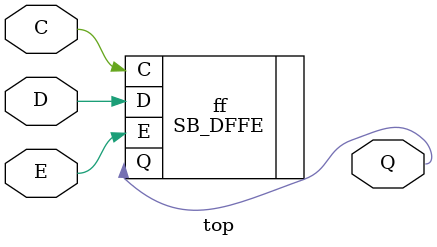
<source format=v>
module top (input C, D, E, output Q);
	SB_DFFE ff (.C(C), .D(D), .E(E), .Q(Q));
endmodule

</source>
